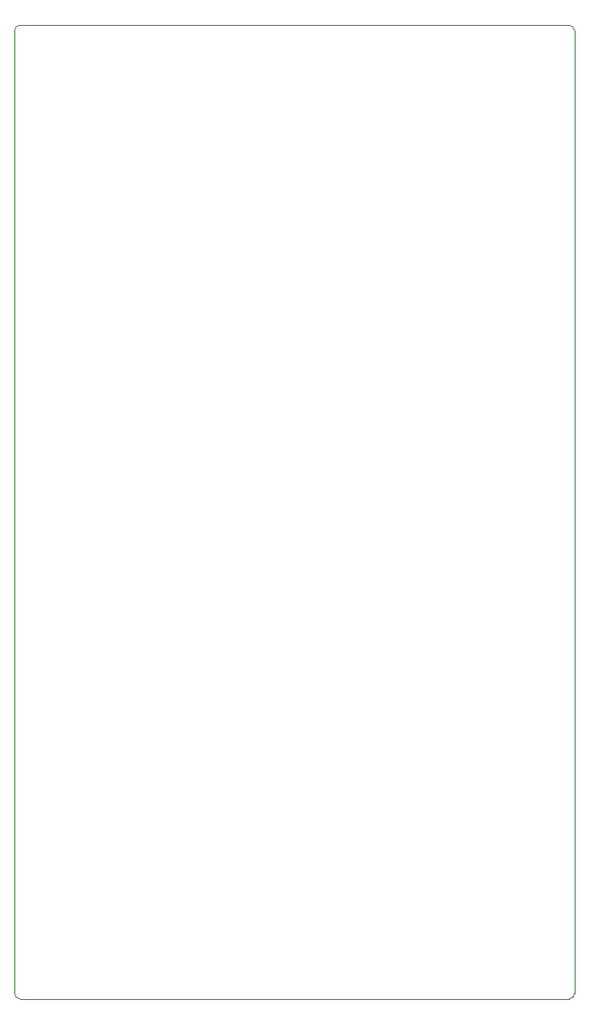
<source format=gm1>
%TF.GenerationSoftware,KiCad,Pcbnew,9.0.5*%
%TF.CreationDate,2025-11-06T15:34:49+07:00*%
%TF.ProjectId,WirelessMD,57697265-6c65-4737-934d-442e6b696361,rev?*%
%TF.SameCoordinates,Original*%
%TF.FileFunction,Profile,NP*%
%FSLAX46Y46*%
G04 Gerber Fmt 4.6, Leading zero omitted, Abs format (unit mm)*
G04 Created by KiCad (PCBNEW 9.0.5) date 2025-11-06 15:34:49*
%MOMM*%
%LPD*%
G01*
G04 APERTURE LIST*
%TA.AperFunction,Profile*%
%ADD10C,0.100000*%
%TD*%
G04 APERTURE END LIST*
D10*
X138500000Y-99500000D02*
X138500000Y-111000000D01*
X89000000Y-46500000D02*
G75*
G02*
X89500000Y-46000000I500000J0D01*
G01*
X138500000Y-123000000D02*
X138500000Y-131500000D01*
X138500000Y-131500000D02*
G75*
G02*
X138000000Y-132000000I-500000J0D01*
G01*
X138500000Y-63500000D02*
X138500000Y-77000000D01*
X138500000Y-77000000D02*
X138500000Y-88000000D01*
X138500000Y-111000000D02*
X138500000Y-123000000D01*
X134000000Y-132000000D02*
X138000000Y-132000000D01*
X138500000Y-88000000D02*
X138500000Y-99500000D01*
X138000000Y-46000000D02*
G75*
G02*
X138500000Y-46500000I0J-500000D01*
G01*
X89500000Y-132000000D02*
X91000000Y-132000000D01*
X134000000Y-132000000D02*
X121000000Y-132000000D01*
X138500000Y-51000000D02*
X138500000Y-46500000D01*
X89000000Y-131500000D02*
X89000000Y-130500000D01*
X105000000Y-132000000D02*
X121000000Y-132000000D01*
X89000000Y-46500000D02*
X89000000Y-130500000D01*
X89500000Y-132000000D02*
G75*
G02*
X89000000Y-131500000I0J500000D01*
G01*
X91000000Y-132000000D02*
X105000000Y-132000000D01*
X138000000Y-46000000D02*
X89500000Y-46000000D01*
X138500000Y-51000000D02*
X138500000Y-63500000D01*
M02*

</source>
